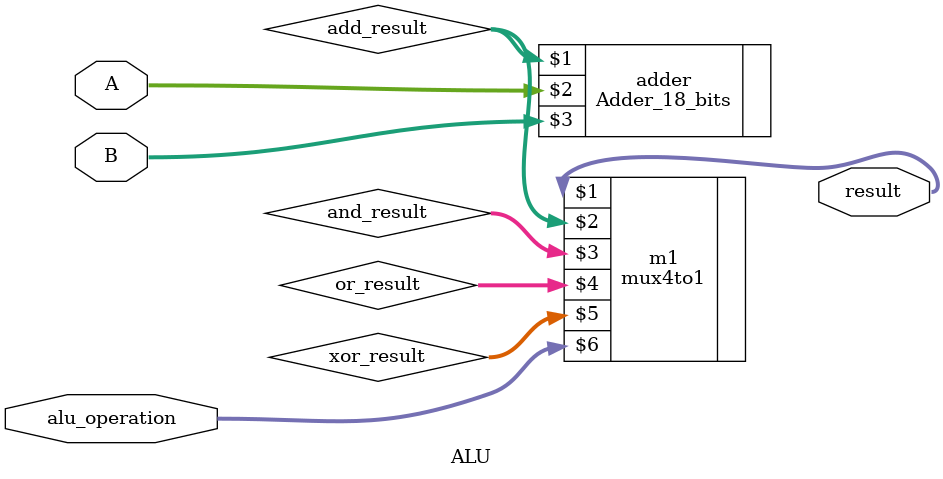
<source format=v>
`include "18_bits_adder.v"
`include "Mux.v"

module ALU(A, B, alu_operation, result);

    input wire [17:0] A, B;
    input wire [1:0] alu_operation;
    output wire [17:0] result;

    wire [17:0] add_result, and_result, or_result, xor_result;
    Adder_18_bits adder (add_result, A, B);
    assign andResult = A & B;
    assign orResult = A | B;
    assign xorResult = A ^ B;

    mux4to1 m1(result, add_result, and_result, or_result, xor_result,alu_operation);

endmodule
</source>
